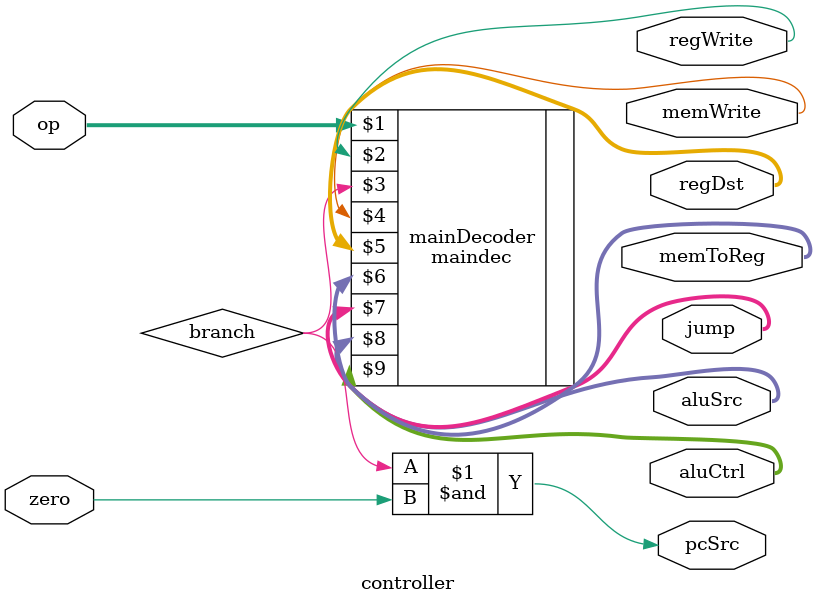
<source format=sv>
`ifndef CONTROLLER
`define CONTROLLER
`timescale 1ns/100ps

`include "../maindec/maindec.sv"

module controller (
    input logic [3:0] op,
    input logic zero,
    output logic regWrite, memWrite, pcSrc,
    output logic [1:0] regDst, memToReg, jump, aluSrc,
    output logic [2:0] aluCtrl
    );


    logic branch;
    maindec mainDecoder(
        op,
        regWrite,
        branch,
        memWrite,
        regDst,
        memToReg,
        jump,
        aluSrc,
        aluCtrl
        );
    assign pcSrc = branch & zero;
endmodule

`endif // CONTROLLER

</source>
